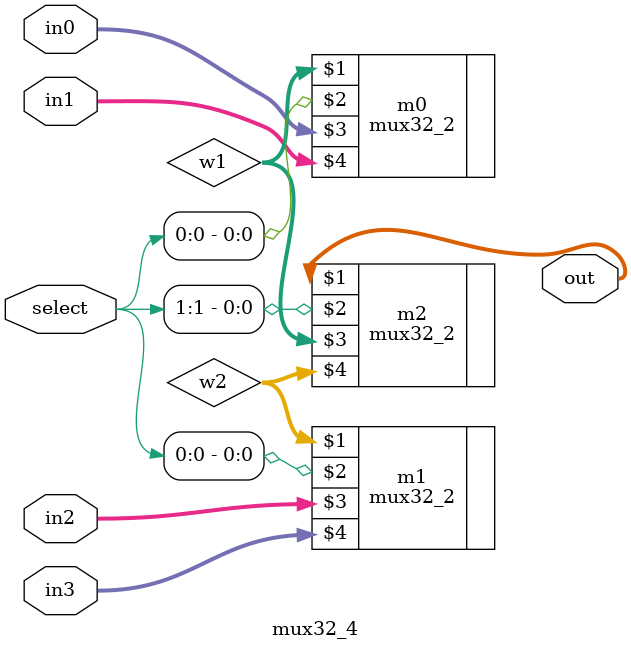
<source format=v>
module mux32_4(out, select, in0, in1, in2, in3);
	input [1:0] select;
	input [31:0] in0, in1, in2, in3;
	output [31:0] out;
	wire [31:0] w1, w2;
	mux32_2 m0(w1, select[0], in0, in1);
	mux32_2 m1(w2, select[0], in2, in3);
	mux32_2 m2(out, select[1], w1, w2);
endmodule
</source>
